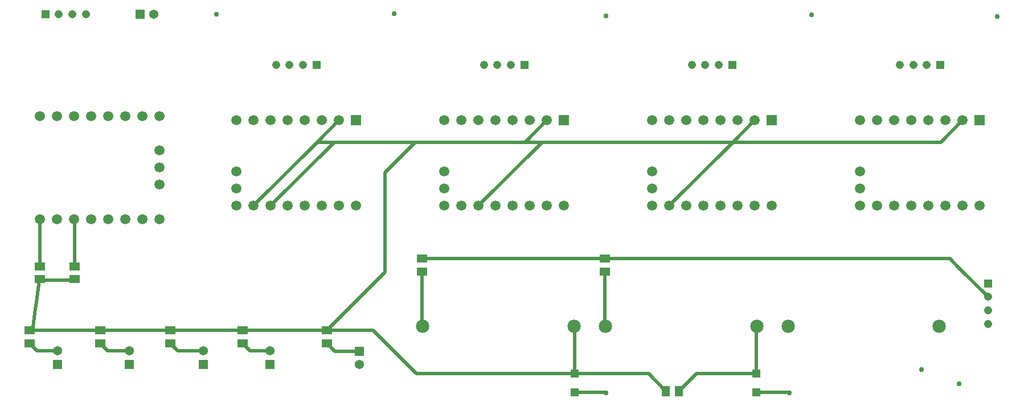
<source format=gbl>
G04 EAGLE Gerber RS-274X export*
G75*
%MOMM*%
%FSLAX34Y34*%
%LPD*%
%INBottom Copper*%
%IPPOS*%
%AMOC8*
5,1,8,0,0,1.08239X$1,22.5*%
G01*
%ADD10C,1.980000*%
%ADD11R,1.368000X1.368000*%
%ADD12C,1.368000*%
%ADD13R,1.208000X1.208000*%
%ADD14C,1.208000*%
%ADD15C,1.508000*%
%ADD16R,1.508000X1.508000*%
%ADD17R,1.500000X1.300000*%
%ADD18R,1.200000X1.200000*%
%ADD19R,1.300000X1.500000*%
%ADD20C,0.756400*%
%ADD21C,0.508000*%


D10*
X1159900Y131000D03*
X1384900Y131000D03*
X616900Y131000D03*
X841900Y131000D03*
D11*
X523086Y94150D03*
D12*
X523086Y74150D03*
D13*
X1386100Y519500D03*
D14*
X1366100Y519500D03*
X1346100Y519500D03*
X1326100Y519500D03*
D15*
X1445000Y310500D03*
X1419600Y310500D03*
X1394200Y310500D03*
X1368800Y310500D03*
X1343400Y310500D03*
X1318000Y310500D03*
X1292600Y310500D03*
X1267200Y310500D03*
D16*
X1445000Y437500D03*
D15*
X1419600Y437500D03*
X1394200Y437500D03*
X1368800Y437500D03*
X1343400Y437500D03*
X1318000Y437500D03*
X1292600Y437500D03*
X1267200Y437500D03*
X1267200Y335900D03*
X1267200Y361300D03*
X1135933Y310500D03*
X1110533Y310500D03*
X1085133Y310500D03*
X1059733Y310500D03*
X1034333Y310500D03*
X1008933Y310500D03*
X983533Y310500D03*
X958133Y310500D03*
D16*
X1135933Y437500D03*
D15*
X1110533Y437500D03*
X1085133Y437500D03*
X1059733Y437500D03*
X1034333Y437500D03*
X1008933Y437500D03*
X983533Y437500D03*
X958133Y437500D03*
X958133Y335900D03*
X958133Y361300D03*
X826867Y310500D03*
X801467Y310500D03*
X776067Y310500D03*
X750667Y310500D03*
X725267Y310500D03*
X699867Y310500D03*
X674467Y310500D03*
X649067Y310500D03*
D16*
X826867Y437500D03*
D15*
X801467Y437500D03*
X776067Y437500D03*
X750667Y437500D03*
X725267Y437500D03*
X699867Y437500D03*
X674467Y437500D03*
X649067Y437500D03*
X649067Y335900D03*
X649067Y361300D03*
X517800Y310500D03*
X492400Y310500D03*
X467000Y310500D03*
X441600Y310500D03*
X416200Y310500D03*
X390800Y310500D03*
X365400Y310500D03*
X340000Y310500D03*
D16*
X517800Y437500D03*
D15*
X492400Y437500D03*
X467000Y437500D03*
X441600Y437500D03*
X416200Y437500D03*
X390800Y437500D03*
X365400Y437500D03*
X340000Y437500D03*
X340000Y335900D03*
X340000Y361300D03*
D13*
X1457000Y194900D03*
D14*
X1457000Y174900D03*
X1457000Y154900D03*
X1457000Y134900D03*
D17*
X349207Y105985D03*
X349207Y124985D03*
X241207Y105985D03*
X241207Y124985D03*
X137207Y105985D03*
X137207Y124985D03*
X32207Y105985D03*
X32207Y124985D03*
X474793Y105985D03*
X474793Y124985D03*
X47400Y220400D03*
X47400Y201400D03*
D11*
X389671Y74850D03*
D12*
X389671Y94850D03*
D11*
X290679Y74850D03*
D12*
X290679Y94850D03*
D11*
X180757Y74850D03*
D12*
X180757Y94850D03*
D11*
X73836Y74850D03*
D12*
X73836Y94850D03*
D13*
X55900Y594900D03*
D14*
X75900Y594900D03*
X95900Y594900D03*
X115900Y594900D03*
D11*
X197000Y594900D03*
D12*
X217000Y594900D03*
D15*
X48100Y443900D03*
X73500Y443900D03*
X98900Y443900D03*
X124300Y443900D03*
X149700Y443900D03*
X175100Y443900D03*
X200500Y443900D03*
X225900Y443900D03*
X225900Y392500D03*
X225900Y367100D03*
X225900Y341700D03*
X48100Y290300D03*
X73500Y290300D03*
X98900Y290300D03*
X124300Y290300D03*
X149700Y290300D03*
X175100Y290300D03*
X200500Y290300D03*
X225900Y290300D03*
D10*
X888400Y131000D03*
X1113400Y131000D03*
D17*
X888000Y212500D03*
X888000Y231500D03*
X616000Y212500D03*
X616000Y231500D03*
X99000Y220400D03*
X99000Y201400D03*
D18*
X1113000Y61000D03*
X1113000Y33000D03*
X843000Y61000D03*
X843000Y33000D03*
D13*
X1077033Y519500D03*
D14*
X1057033Y519500D03*
X1037033Y519500D03*
X1017033Y519500D03*
D13*
X767967Y519500D03*
D14*
X747967Y519500D03*
X727967Y519500D03*
X707967Y519500D03*
D13*
X458900Y519500D03*
D14*
X438900Y519500D03*
X418900Y519500D03*
X398900Y519500D03*
D19*
X978500Y35000D03*
X997500Y35000D03*
D20*
X889000Y32500D03*
X1162000Y32500D03*
X1414000Y46000D03*
X310000Y595000D03*
X574000Y596000D03*
X889000Y593000D03*
X1195000Y594000D03*
X1471000Y592000D03*
D21*
X888500Y33000D02*
X843000Y33000D01*
X888500Y33000D02*
X889000Y32500D01*
X1113000Y33000D02*
X1161500Y33000D01*
X1162000Y32500D01*
X252343Y94850D02*
X241207Y105985D01*
X252343Y94850D02*
X290679Y94850D01*
X148343Y94850D02*
X137207Y105985D01*
X148343Y94850D02*
X180757Y94850D01*
X349207Y105985D02*
X360343Y94850D01*
X389671Y94850D01*
X137207Y124985D02*
X32207Y124985D01*
X241207Y124985D02*
X349207Y124985D01*
X47198Y199972D02*
X47400Y201400D01*
X47198Y199972D02*
X42511Y166927D01*
X41221Y157827D01*
X37283Y130062D01*
X32207Y124985D01*
X349207Y124985D02*
X474793Y124985D01*
X365400Y310500D02*
X459900Y405000D01*
X485300Y405000D01*
X606000Y405000D01*
X768967Y405000D01*
X794367Y405000D01*
X1078033Y405000D01*
X1387000Y405000D01*
X1419500Y437500D02*
X1419600Y437500D01*
X1419500Y437500D02*
X1387000Y405000D01*
X1110533Y437500D02*
X1078033Y405000D01*
X801467Y437500D02*
X768967Y405000D01*
X492400Y437500D02*
X459900Y405000D01*
X485300Y405000D02*
X390800Y310500D01*
X699867Y310500D02*
X794367Y405000D01*
X983533Y310500D02*
X1078033Y405000D01*
X543000Y124985D02*
X474793Y124985D01*
X561000Y211193D01*
X561000Y360000D01*
X606000Y405000D01*
X99000Y201400D02*
X97572Y199972D01*
X47198Y199972D01*
X843000Y129900D02*
X843000Y61000D01*
X843000Y129900D02*
X841900Y131000D01*
X843000Y61000D02*
X952500Y61000D01*
X978500Y35000D01*
X843000Y61000D02*
X606985Y61000D01*
X543000Y124985D01*
X241207Y124985D02*
X137207Y124985D01*
D20*
X1358000Y67000D03*
D21*
X486628Y94150D02*
X474793Y105985D01*
X486628Y94150D02*
X523086Y94150D01*
X43343Y94850D02*
X32207Y105985D01*
X43343Y94850D02*
X73836Y94850D01*
X47400Y220400D02*
X47400Y286400D01*
X48100Y290300D01*
X1413450Y218450D02*
X1457000Y174900D01*
X888000Y231500D02*
X616000Y231500D01*
X888000Y231500D02*
X1400400Y231500D01*
X1413450Y218450D01*
X616000Y212500D02*
X616000Y131900D01*
X616900Y131000D01*
X888000Y131400D02*
X888000Y212500D01*
X888000Y131400D02*
X888400Y131000D01*
X99000Y220400D02*
X99000Y287000D01*
X98900Y290300D01*
X1113000Y130600D02*
X1113000Y61000D01*
X1113000Y130600D02*
X1113400Y131000D01*
X1113000Y61000D02*
X1023500Y61000D01*
X997500Y35000D01*
M02*

</source>
